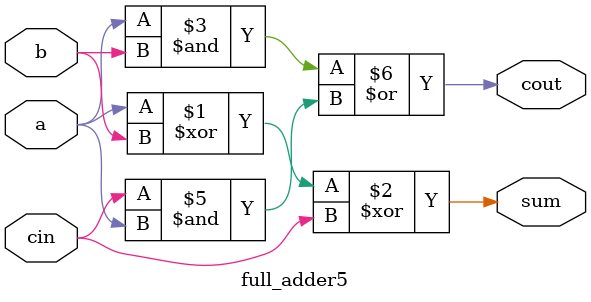
<source format=v>
module full_adder5(a,b,cin,sum,cout);
input a,b,cin;
output sum,cout;
assign sum = a^b^cin;
assign cout = a&b|cin&(a|1'b0); 
// initial begin
//     $display("The incorrect adder with or0 having in2/0");
// end   
endmodule
</source>
